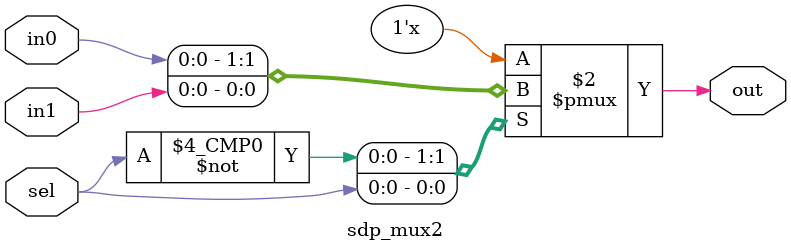
<source format=sv>
module sdp_mux2
#(
  parameter integer WIDTH = 1
)(
  input  logic [WIDTH-1:0] in0,
  input  logic [WIDTH-1:0] in1,
  input  logic             sel,
  output logic [WIDTH-1:0] out
);
  always_comb begin
    case(sel)
      1'b0: out = in0;
      1'b1: out = in1;
      default : out = {WIDTH{1'bx}};
    endcase
  end
endmodule : sdp_mux2

</source>
